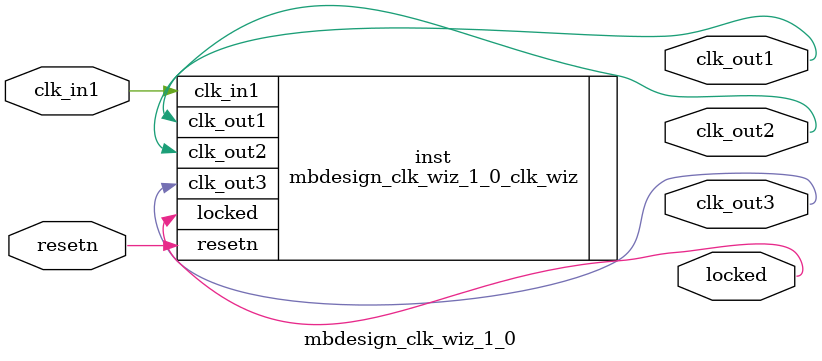
<source format=v>


`timescale 1ps/1ps

(* CORE_GENERATION_INFO = "mbdesign_clk_wiz_1_0,clk_wiz_v6_0_3_0_0,{component_name=mbdesign_clk_wiz_1_0,use_phase_alignment=true,use_min_o_jitter=false,use_max_i_jitter=false,use_dyn_phase_shift=false,use_inclk_switchover=false,use_dyn_reconfig=false,enable_axi=0,feedback_source=FDBK_AUTO,PRIMITIVE=MMCM,num_out_clk=3,clkin1_period=10.000,clkin2_period=10.000,use_power_down=false,use_reset=true,use_locked=true,use_inclk_stopped=false,feedback_type=SINGLE,CLOCK_MGR_TYPE=NA,manual_override=false}" *)

module mbdesign_clk_wiz_1_0 
 (
  // Clock out ports
  output        clk_out1,
  output        clk_out2,
  output        clk_out3,
  // Status and control signals
  input         resetn,
  output        locked,
 // Clock in ports
  input         clk_in1
 );

  mbdesign_clk_wiz_1_0_clk_wiz inst
  (
  // Clock out ports  
  .clk_out1(clk_out1),
  .clk_out2(clk_out2),
  .clk_out3(clk_out3),
  // Status and control signals               
  .resetn(resetn), 
  .locked(locked),
 // Clock in ports
  .clk_in1(clk_in1)
  );

endmodule

</source>
